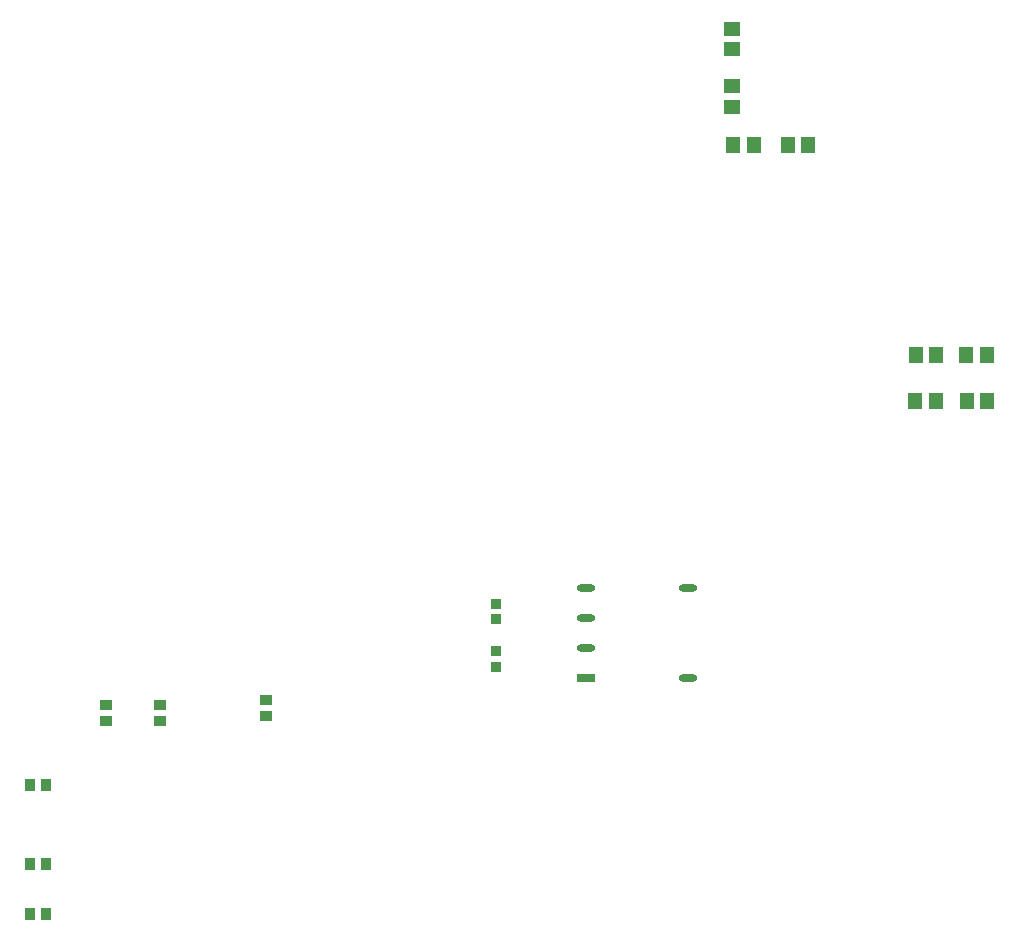
<source format=gbr>
%TF.GenerationSoftware,Altium Limited,Altium Designer,18.1.9 (240)*%
G04 Layer_Color=128*
%FSLAX26Y26*%
%MOIN*%
%TF.FileFunction,Paste,Bot*%
%TF.Part,Single*%
G01*
G75*
%TA.AperFunction,SMDPad,CuDef*%
%ADD17R,0.035433X0.039370*%
%ADD22R,0.037402X0.033465*%
%ADD41R,0.053150X0.045276*%
%ADD42R,0.045276X0.053150*%
%ADD43O,0.061024X0.025591*%
%ADD44R,0.061024X0.025591*%
%ADD45R,0.039370X0.035433*%
D17*
X1223546Y253618D02*
D03*
X1170397D02*
D03*
X1170394Y683829D02*
D03*
X1223543D02*
D03*
Y417763D02*
D03*
X1170394D02*
D03*
D22*
X2725333Y1234252D02*
D03*
Y1285433D02*
D03*
X2725333Y1076772D02*
D03*
Y1127953D02*
D03*
D41*
X3512765Y3203740D02*
D03*
Y3134843D02*
D03*
Y3011811D02*
D03*
Y2942913D02*
D03*
D42*
X3515718Y2814961D02*
D03*
X3584615D02*
D03*
X4124016Y2115394D02*
D03*
X4192913D02*
D03*
X4190941Y1963584D02*
D03*
X4122043D02*
D03*
X4363185D02*
D03*
X4294288D02*
D03*
X4291338Y2114768D02*
D03*
X4360236D02*
D03*
X3697599Y2814962D02*
D03*
X3766496D02*
D03*
D43*
X3366142Y1338583D02*
D03*
Y1038583D02*
D03*
X3023622Y1338583D02*
D03*
Y1238583D02*
D03*
Y1138583D02*
D03*
D44*
Y1038583D02*
D03*
D45*
X1958504Y913385D02*
D03*
Y966535D02*
D03*
X1606299Y894684D02*
D03*
Y947834D02*
D03*
X1425197Y894684D02*
D03*
Y947834D02*
D03*
%TF.MD5,e390af32d4a95eaf216ae665a20dd1c4*%
M02*

</source>
